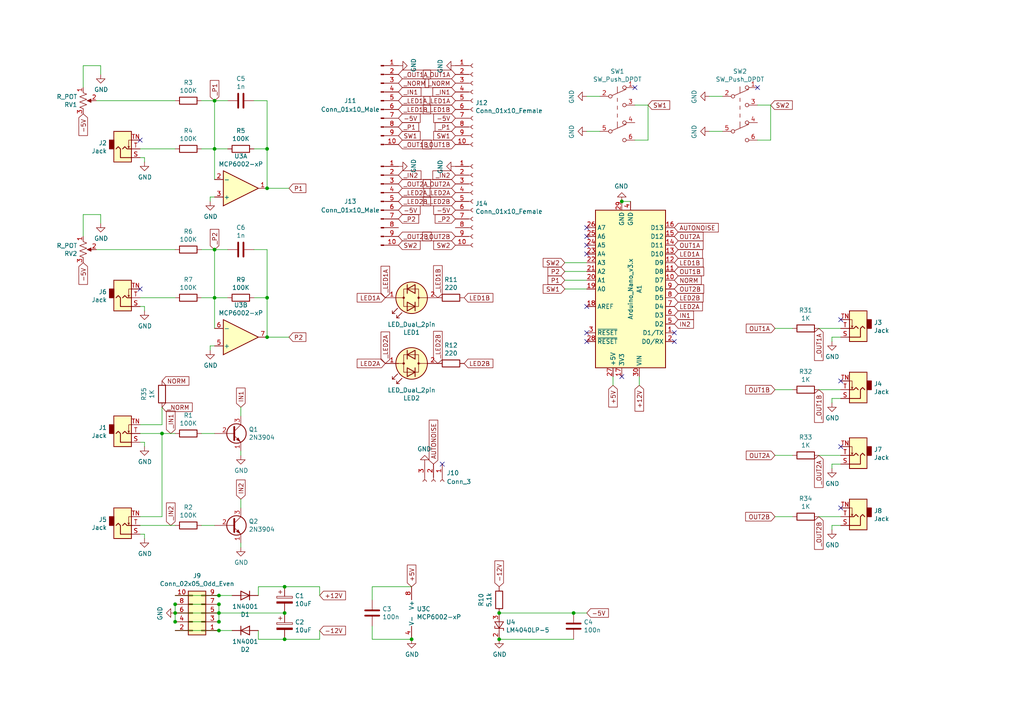
<source format=kicad_sch>
(kicad_sch (version 20211123) (generator eeschema)
  (paper "A4")
  (lib_symbols
    (symbol "Amplifier_Operational:MCP6002-xP" (pin_names (offset 0.127))
      (property "Reference" "U" (at 0 5.08 0))
      (property "Value" "MCP6002-xP" (at 0 -5.08 0))
      (symbol "MCP6002-xP_1_1"
        (pin output line (at 7.62 0 180) (length 2.54) (name "~") (number "1"))
        (pin input line (at -7.62 -2.54 0) (length 2.54) (name "-") (number "2"))
        (pin input line (at -7.62 2.54 0) (length 2.54) (name "+") (number "3"))
      )
      (symbol "MCP6002-xP_2_1"
        (pin input line (at -7.62 2.54 0) (length 2.54) (name "+") (number "5"))
        (pin input line (at -7.62 -2.54 0) (length 2.54) (name "-") (number "6"))
        (pin output line (at 7.62 0 180) (length 2.54) (name "~") (number "7"))
      )
      (symbol "MCP6002-xP_3_1"
        (pin power_in line (at -2.54 -7.62 90) (length 3.81) (name "V-") (number "4"))
        (pin power_in line (at -2.54 7.62 270) (length 3.81) (name "V+") (number "8"))
      )
    )
    (symbol "Connector:AudioJack2_SwitchT"
      (property "Reference" "J" (at 0 8.89 0))
      (property "Value" "AudioJack2_SwitchT" (at 0 6.35 0))
      (symbol "AudioJack2_SwitchT_1_1"
        (pin passive line (at 5.08 2.54 180) (length 2.54) (name "~") (number "S"))
        (pin passive line (at 5.08 0 180) (length 2.54) (name "~") (number "T"))
        (pin passive line (at 5.08 -2.54 180) (length 2.54) (name "~") (number "TN"))
      )
    )
    (symbol "Connector:Conn_01x03_Female" (pin_names (offset 1.016) hide)
      (property "Reference" "J" (at 0 5.08 0))
      (property "Value" "Conn_01x03_Female" (at 0 -5.08 0))
      (symbol "Conn_01x03_Female_1_1"
        (pin passive line (at -5.08 2.54 0) (length 3.81) (name "Pin_1") (number "1"))
        (pin passive line (at -5.08 0 0) (length 3.81) (name "Pin_2") (number "2"))
        (pin passive line (at -5.08 -2.54 0) (length 3.81) (name "Pin_3") (number "3"))
      )
    )
    (symbol "Connector:Conn_01x10_Female" (pin_names (offset 1.016) hide)
      (property "Reference" "J" (at 0 12.7 0))
      (property "Value" "Conn_01x10_Female" (at 0 -15.24 0))
      (symbol "Conn_01x10_Female_1_1"
        (pin passive line (at -5.08 10.16 0) (length 3.81) (name "Pin_1") (number "1"))
        (pin passive line (at -5.08 -12.7 0) (length 3.81) (name "Pin_10") (number "10"))
        (pin passive line (at -5.08 7.62 0) (length 3.81) (name "Pin_2") (number "2"))
        (pin passive line (at -5.08 5.08 0) (length 3.81) (name "Pin_3") (number "3"))
        (pin passive line (at -5.08 2.54 0) (length 3.81) (name "Pin_4") (number "4"))
        (pin passive line (at -5.08 0 0) (length 3.81) (name "Pin_5") (number "5"))
        (pin passive line (at -5.08 -2.54 0) (length 3.81) (name "Pin_6") (number "6"))
        (pin passive line (at -5.08 -5.08 0) (length 3.81) (name "Pin_7") (number "7"))
        (pin passive line (at -5.08 -7.62 0) (length 3.81) (name "Pin_8") (number "8"))
        (pin passive line (at -5.08 -10.16 0) (length 3.81) (name "Pin_9") (number "9"))
      )
    )
    (symbol "Connector:Conn_01x10_Male" (pin_names (offset 1.016) hide)
      (property "Reference" "J" (at 0 12.7 0))
      (property "Value" "Conn_01x10_Male" (at 0 -15.24 0))
      (symbol "Conn_01x10_Male_1_1"
        (pin passive line (at 5.08 10.16 180) (length 3.81) (name "Pin_1") (number "1"))
        (pin passive line (at 5.08 -12.7 180) (length 3.81) (name "Pin_10") (number "10"))
        (pin passive line (at 5.08 7.62 180) (length 3.81) (name "Pin_2") (number "2"))
        (pin passive line (at 5.08 5.08 180) (length 3.81) (name "Pin_3") (number "3"))
        (pin passive line (at 5.08 2.54 180) (length 3.81) (name "Pin_4") (number "4"))
        (pin passive line (at 5.08 0 180) (length 3.81) (name "Pin_5") (number "5"))
        (pin passive line (at 5.08 -2.54 180) (length 3.81) (name "Pin_6") (number "6"))
        (pin passive line (at 5.08 -5.08 180) (length 3.81) (name "Pin_7") (number "7"))
        (pin passive line (at 5.08 -7.62 180) (length 3.81) (name "Pin_8") (number "8"))
        (pin passive line (at 5.08 -10.16 180) (length 3.81) (name "Pin_9") (number "9"))
      )
    )
    (symbol "Connector_Generic:Conn_02x05_Odd_Even" (pin_names (offset 1.016) hide)
      (property "Reference" "J" (at 1.27 7.62 0))
      (property "Value" "Conn_02x05_Odd_Even" (at 1.27 -7.62 0))
      (symbol "Conn_02x05_Odd_Even_1_1"
        (pin passive line (at -5.08 5.08 0) (length 3.81) (name "Pin_1") (number "1"))
        (pin passive line (at 7.62 -5.08 180) (length 3.81) (name "Pin_10") (number "10"))
        (pin passive line (at 7.62 5.08 180) (length 3.81) (name "Pin_2") (number "2"))
        (pin passive line (at -5.08 2.54 0) (length 3.81) (name "Pin_3") (number "3"))
        (pin passive line (at 7.62 2.54 180) (length 3.81) (name "Pin_4") (number "4"))
        (pin passive line (at -5.08 0 0) (length 3.81) (name "Pin_5") (number "5"))
        (pin passive line (at 7.62 0 180) (length 3.81) (name "Pin_6") (number "6"))
        (pin passive line (at -5.08 -2.54 0) (length 3.81) (name "Pin_7") (number "7"))
        (pin passive line (at 7.62 -2.54 180) (length 3.81) (name "Pin_8") (number "8"))
        (pin passive line (at -5.08 -5.08 0) (length 3.81) (name "Pin_9") (number "9"))
      )
    )
    (symbol "Device:C" (pin_numbers hide) (pin_names (offset 0.254))
      (property "Reference" "C" (at 0.635 2.54 0))
      (property "Value" "C" (at 0.635 -2.54 0))
      (symbol "C_1_1"
        (pin passive line (at 0 3.81 270) (length 2.794) (name "~") (number "1"))
        (pin passive line (at 0 -3.81 90) (length 2.794) (name "~") (number "2"))
      )
    )
    (symbol "Device:CP" (pin_numbers hide) (pin_names (offset 0.254))
      (property "Reference" "C" (at 0.635 2.54 0))
      (property "Value" "Device_CP" (at 0.635 -2.54 0))
      (symbol "CP_1_1"
        (pin passive line (at 0 3.81 270) (length 2.794) (name "~") (number "1"))
        (pin passive line (at 0 -3.81 90) (length 2.794) (name "~") (number "2"))
      )
    )
    (symbol "Device:D" (pin_numbers hide) (pin_names (offset 1.016) hide)
      (property "Reference" "D" (at 0 2.54 0))
      (property "Value" "D" (at 0 -2.54 0))
      (symbol "D_1_1"
        (pin passive line (at -3.81 0 0) (length 2.54) (name "K") (number "1"))
        (pin passive line (at 3.81 0 180) (length 2.54) (name "A") (number "2"))
      )
    )
    (symbol "Device:LED_Dual_2pin" (pin_names (offset 0) hide)
      (property "Reference" "D" (at 0 5.715 0))
      (property "Value" "Device_LED_Dual_2pin" (at 0 -6.35 0))
      (symbol "LED_Dual_2pin_1_1"
        (pin input line (at 7.62 0 180) (length 3.81) (name "KA") (number "1"))
        (pin input line (at -7.62 0 0) (length 3.048) (name "AK") (number "2"))
      )
    )
    (symbol "Device:R" (pin_numbers hide) (pin_names (offset 0))
      (property "Reference" "R" (at 2.032 0 90))
      (property "Value" "R" (at 0 0 90))
      (symbol "R_1_1"
        (pin passive line (at 0 3.81 270) (length 1.27) (name "~") (number "1"))
        (pin passive line (at 0 -3.81 90) (length 1.27) (name "~") (number "2"))
      )
    )
    (symbol "Device:R_POT_US" (pin_names (offset 1.016) hide)
      (property "Reference" "RV" (at -4.445 0 90))
      (property "Value" "Device_R_POT_US" (at -2.54 0 90))
      (symbol "R_POT_US_1_1"
        (pin passive line (at 0 3.81 270) (length 1.27) (name "1") (number "1"))
        (pin passive line (at 3.81 0 180) (length 1.27) (name "2") (number "2"))
        (pin passive line (at 0 -3.81 90) (length 1.27) (name "3") (number "3"))
      )
    )
    (symbol "MCU_Module:Arduino_Nano_v3.x"
      (property "Reference" "A" (at -10.16 23.495 0))
      (property "Value" "Arduino_Nano_v3.x" (at 5.08 -24.13 0))
      (symbol "Arduino_Nano_v3.x_1_1"
        (pin bidirectional line (at -12.7 12.7 0) (length 2.54) (name "D1/TX") (number "1"))
        (pin bidirectional line (at -12.7 -2.54 0) (length 2.54) (name "D7") (number "10"))
        (pin bidirectional line (at -12.7 -5.08 0) (length 2.54) (name "D8") (number "11"))
        (pin bidirectional line (at -12.7 -7.62 0) (length 2.54) (name "D9") (number "12"))
        (pin bidirectional line (at -12.7 -10.16 0) (length 2.54) (name "D10") (number "13"))
        (pin bidirectional line (at -12.7 -12.7 0) (length 2.54) (name "D11") (number "14"))
        (pin bidirectional line (at -12.7 -15.24 0) (length 2.54) (name "D12") (number "15"))
        (pin bidirectional line (at -12.7 -17.78 0) (length 2.54) (name "D13") (number "16"))
        (pin power_out line (at 2.54 25.4 270) (length 2.54) (name "3V3") (number "17"))
        (pin input line (at 12.7 5.08 180) (length 2.54) (name "AREF") (number "18"))
        (pin bidirectional line (at 12.7 0 180) (length 2.54) (name "A0") (number "19"))
        (pin bidirectional line (at -12.7 15.24 0) (length 2.54) (name "D0/RX") (number "2"))
        (pin bidirectional line (at 12.7 -2.54 180) (length 2.54) (name "A1") (number "20"))
        (pin bidirectional line (at 12.7 -5.08 180) (length 2.54) (name "A2") (number "21"))
        (pin bidirectional line (at 12.7 -7.62 180) (length 2.54) (name "A3") (number "22"))
        (pin bidirectional line (at 12.7 -10.16 180) (length 2.54) (name "A4") (number "23"))
        (pin bidirectional line (at 12.7 -12.7 180) (length 2.54) (name "A5") (number "24"))
        (pin bidirectional line (at 12.7 -15.24 180) (length 2.54) (name "A6") (number "25"))
        (pin bidirectional line (at 12.7 -17.78 180) (length 2.54) (name "A7") (number "26"))
        (pin power_out line (at 5.08 25.4 270) (length 2.54) (name "+5V") (number "27"))
        (pin input line (at 12.7 15.24 180) (length 2.54) (name "~{RESET}") (number "28"))
        (pin power_in line (at 2.54 -25.4 90) (length 2.54) (name "GND") (number "29"))
        (pin input line (at 12.7 12.7 180) (length 2.54) (name "~{RESET}") (number "3"))
        (pin power_in line (at -2.54 25.4 270) (length 2.54) (name "VIN") (number "30"))
        (pin power_in line (at 0 -25.4 90) (length 2.54) (name "GND") (number "4"))
        (pin bidirectional line (at -12.7 10.16 0) (length 2.54) (name "D2") (number "5"))
        (pin bidirectional line (at -12.7 7.62 0) (length 2.54) (name "D3") (number "6"))
        (pin bidirectional line (at -12.7 5.08 0) (length 2.54) (name "D4") (number "7"))
        (pin bidirectional line (at -12.7 2.54 0) (length 2.54) (name "D5") (number "8"))
        (pin bidirectional line (at -12.7 0 0) (length 2.54) (name "D6") (number "9"))
      )
    )
    (symbol "Reference_Voltage:LM4040LP-5" (pin_names (offset 0.0254) hide)
      (property "Reference" "U" (at 0 2.54 0))
      (property "Value" "LM4040LP-5" (at 0 -3.175 0))
      (symbol "LM4040LP-5_1_1"
        (pin passive line (at 3.81 0 180) (length 2.54) (name "K") (number "2"))
        (pin passive line (at -3.81 0 0) (length 2.54) (name "A") (number "3"))
      )
    )
    (symbol "Switch:SW_Push_DPDT" (pin_names (offset 0) hide)
      (property "Reference" "SW" (at 0 8.89 0))
      (property "Value" "SW_Push_DPDT" (at 0 -10.16 0))
      (symbol "SW_Push_DPDT_1_1"
        (pin passive line (at 5.08 7.62 180) (length 2.54) (name "A") (number "1"))
        (pin passive line (at -5.08 5.08 0) (length 2.54) (name "B") (number "2"))
        (pin passive line (at 5.08 2.54 180) (length 2.54) (name "C") (number "3"))
        (pin passive line (at 5.08 -2.54 180) (length 2.54) (name "A") (number "4"))
        (pin passive line (at -5.08 -5.08 0) (length 2.54) (name "B") (number "5"))
        (pin passive line (at 5.08 -7.62 180) (length 2.54) (name "C") (number "6"))
      )
    )
    (symbol "Transistor_BJT:2N3904" (pin_names (offset 0) hide)
      (property "Reference" "Q" (at 5.08 1.905 0))
      (property "Value" "2N3904" (at 5.08 0 0))
      (symbol "2N3904_1_1"
        (pin passive line (at 2.54 -5.08 90) (length 2.54) (name "E") (number "1"))
        (pin passive line (at -5.08 0 0) (length 5.715) (name "B") (number "2"))
        (pin passive line (at 2.54 5.08 270) (length 2.54) (name "C") (number "3"))
      )
    )
    (symbol "power:GND" (power) (pin_names (offset 0))
      (property "Value" "GND" (at 0 -3.81 0))
      (symbol "GND_1_1"
        (pin power_in line (at 0 0 270) (length 0) hide (name "GND") (number "1"))
      )
    )
  )
  (junction (at 63.5 175.26))
  (junction (at 82.55 170.18))
  (junction (at 77.47 43.18))
  (junction (at 166.37 177.8))
  (junction (at 62.23 72.39))
  (junction (at 82.55 185.42))
  (junction (at 62.23 86.36))
  (junction (at 63.5 172.72))
  (junction (at 77.47 54.61))
  (junction (at 50.8 180.34))
  (junction (at 180.34 58.42))
  (junction (at 63.5 177.8))
  (junction (at 50.8 175.26))
  (junction (at 62.23 43.18))
  (junction (at 50.8 177.8))
  (junction (at 119.38 185.42))
  (junction (at 144.78 177.8))
  (junction (at 77.47 97.79))
  (junction (at 62.23 29.21))
  (junction (at 46.99 125.73))
  (junction (at 144.78 185.42))
  (junction (at 82.55 177.8))
  (junction (at 77.47 86.36))
  (junction (at 63.5 180.34))
  (junction (at 63.5 182.88))
  (no_connect (at 170.18 66.04))
  (no_connect (at 243.84 147.32))
  (no_connect (at 40.64 83.82))
  (no_connect (at 170.18 99.06))
  (no_connect (at 219.71 25.4))
  (no_connect (at 243.84 129.54))
  (no_connect (at 170.18 96.52))
  (no_connect (at 170.18 71.12))
  (no_connect (at 243.84 92.71))
  (no_connect (at 170.18 73.66))
  (no_connect (at 170.18 88.9))
  (no_connect (at 40.64 40.64))
  (no_connect (at 243.84 110.49))
  (no_connect (at 170.18 68.58))
  (no_connect (at 195.58 99.06))
  (no_connect (at 128.27 134.62))
  (no_connect (at 184.15 25.4))
  (no_connect (at 180.34 109.22))
  (no_connect (at 195.58 96.52))
  (wire (pts (xy 46.99 125.73) (xy 50.8 125.73)))
  (wire (pts (xy 50.8 177.8) (xy 50.8 180.34)))
  (wire (pts (xy 62.23 86.36) (xy 66.04 86.36)))
  (wire (pts (xy 107.95 181.61) (xy 107.95 185.42)))
  (wire (pts (xy 63.5 172.72) (xy 67.31 172.72)))
  (wire (pts (xy 60.96 100.33) (xy 62.23 100.33)))
  (wire (pts (xy 74.93 185.42) (xy 82.55 185.42)))
  (wire (pts (xy 77.47 86.36) (xy 77.47 72.39)))
  (wire (pts (xy 184.15 40.64) (xy 187.96 40.64)))
  (wire (pts (xy 237.49 149.86) (xy 243.84 149.86)))
  (wire (pts (xy 46.99 149.86) (xy 46.99 125.73)))
  (wire (pts (xy 92.71 185.42) (xy 92.71 182.88)))
  (wire (pts (xy 209.55 38.1) (xy 205.74 38.1)))
  (wire (pts (xy 73.66 86.36) (xy 77.47 86.36)))
  (wire (pts (xy 69.85 144.78) (xy 69.85 147.32)))
  (wire (pts (xy 41.91 45.72) (xy 41.91 46.99)))
  (wire (pts (xy 170.18 76.2) (xy 163.83 76.2)))
  (wire (pts (xy 69.85 118.11) (xy 69.85 120.65)))
  (wire (pts (xy 224.79 113.03) (xy 229.87 113.03)))
  (wire (pts (xy 182.88 58.42) (xy 180.34 58.42)))
  (wire (pts (xy 107.95 173.99) (xy 107.95 170.18)))
  (wire (pts (xy 82.55 170.18) (xy 92.71 170.18)))
  (wire (pts (xy 241.3 152.4) (xy 241.3 153.67)))
  (wire (pts (xy 24.13 62.23) (xy 29.21 62.23)))
  (wire (pts (xy 74.93 182.88) (xy 74.93 185.42)))
  (wire (pts (xy 41.91 128.27) (xy 41.91 129.54)))
  (wire (pts (xy 166.37 177.8) (xy 170.18 177.8)))
  (wire (pts (xy 237.49 95.25) (xy 243.84 95.25)))
  (wire (pts (xy 58.42 43.18) (xy 62.23 43.18)))
  (wire (pts (xy 40.64 86.36) (xy 50.8 86.36)))
  (wire (pts (xy 187.96 40.64) (xy 187.96 30.48)))
  (wire (pts (xy 170.18 83.82) (xy 163.83 83.82)))
  (wire (pts (xy 77.47 29.21) (xy 73.66 29.21)))
  (wire (pts (xy 166.37 177.8) (xy 144.78 177.8)))
  (wire (pts (xy 73.66 43.18) (xy 77.47 43.18)))
  (wire (pts (xy 170.18 78.74) (xy 163.83 78.74)))
  (wire (pts (xy 50.8 177.8) (xy 63.5 177.8)))
  (wire (pts (xy 46.99 123.19) (xy 46.99 118.11)))
  (wire (pts (xy 77.47 54.61) (xy 83.82 54.61)))
  (wire (pts (xy 62.23 52.07) (xy 62.23 43.18)))
  (wire (pts (xy 41.91 88.9) (xy 41.91 90.17)))
  (wire (pts (xy 62.23 29.21) (xy 62.23 43.18)))
  (wire (pts (xy 69.85 130.81) (xy 69.85 132.08)))
  (wire (pts (xy 144.78 185.42) (xy 166.37 185.42)))
  (wire (pts (xy 62.23 95.25) (xy 62.23 86.36)))
  (wire (pts (xy 60.96 58.42) (xy 60.96 57.15)))
  (wire (pts (xy 27.94 29.21) (xy 50.8 29.21)))
  (wire (pts (xy 224.79 95.25) (xy 229.87 95.25)))
  (wire (pts (xy 224.79 149.86) (xy 229.87 149.86)))
  (wire (pts (xy 241.3 97.79) (xy 241.3 99.06)))
  (wire (pts (xy 77.47 97.79) (xy 83.82 97.79)))
  (wire (pts (xy 41.91 154.94) (xy 41.91 156.21)))
  (wire (pts (xy 63.5 182.88) (xy 67.31 182.88)))
  (wire (pts (xy 77.47 72.39) (xy 73.66 72.39)))
  (wire (pts (xy 62.23 72.39) (xy 62.23 86.36)))
  (wire (pts (xy 74.93 172.72) (xy 74.93 170.18)))
  (wire (pts (xy 243.84 115.57) (xy 241.3 115.57)))
  (wire (pts (xy 237.49 132.08) (xy 243.84 132.08)))
  (wire (pts (xy 170.18 81.28) (xy 163.83 81.28)))
  (wire (pts (xy 50.8 172.72) (xy 63.5 172.72)))
  (wire (pts (xy 243.84 152.4) (xy 241.3 152.4)))
  (wire (pts (xy 209.55 27.94) (xy 205.74 27.94)))
  (wire (pts (xy 82.55 185.42) (xy 92.71 185.42)))
  (wire (pts (xy 40.64 88.9) (xy 41.91 88.9)))
  (wire (pts (xy 40.64 149.86) (xy 46.99 149.86)))
  (wire (pts (xy 58.42 29.21) (xy 62.23 29.21)))
  (wire (pts (xy 58.42 72.39) (xy 62.23 72.39)))
  (wire (pts (xy 24.13 68.58) (xy 24.13 62.23)))
  (wire (pts (xy 237.49 113.03) (xy 243.84 113.03)))
  (wire (pts (xy 40.64 45.72) (xy 41.91 45.72)))
  (wire (pts (xy 60.96 57.15) (xy 62.23 57.15)))
  (wire (pts (xy 58.42 86.36) (xy 62.23 86.36)))
  (wire (pts (xy 50.8 175.26) (xy 63.5 175.26)))
  (wire (pts (xy 40.64 154.94) (xy 41.91 154.94)))
  (wire (pts (xy 82.55 177.8) (xy 63.5 177.8)))
  (wire (pts (xy 92.71 170.18) (xy 92.71 172.72)))
  (wire (pts (xy 60.96 101.6) (xy 60.96 100.33)))
  (wire (pts (xy 77.47 43.18) (xy 77.47 54.61)))
  (wire (pts (xy 107.95 185.42) (xy 119.38 185.42)))
  (wire (pts (xy 29.21 19.05) (xy 29.21 21.59)))
  (wire (pts (xy 77.47 86.36) (xy 77.47 97.79)))
  (wire (pts (xy 50.8 182.88) (xy 63.5 182.88)))
  (wire (pts (xy 219.71 40.64) (xy 223.52 40.64)))
  (wire (pts (xy 173.99 38.1) (xy 170.18 38.1)))
  (wire (pts (xy 24.13 19.05) (xy 29.21 19.05)))
  (wire (pts (xy 40.64 125.73) (xy 46.99 125.73)))
  (wire (pts (xy 241.3 134.62) (xy 241.3 135.89)))
  (wire (pts (xy 58.42 152.4) (xy 62.23 152.4)))
  (wire (pts (xy 40.64 43.18) (xy 50.8 43.18)))
  (wire (pts (xy 40.64 128.27) (xy 41.91 128.27)))
  (wire (pts (xy 62.23 43.18) (xy 66.04 43.18)))
  (wire (pts (xy 50.8 175.26) (xy 50.8 177.8)))
  (wire (pts (xy 27.94 72.39) (xy 50.8 72.39)))
  (wire (pts (xy 243.84 134.62) (xy 241.3 134.62)))
  (wire (pts (xy 66.04 72.39) (xy 62.23 72.39)))
  (wire (pts (xy 40.64 152.4) (xy 50.8 152.4)))
  (wire (pts (xy 187.96 30.48) (xy 184.15 30.48)))
  (wire (pts (xy 173.99 27.94) (xy 170.18 27.94)))
  (wire (pts (xy 185.42 109.22) (xy 185.42 111.76)))
  (wire (pts (xy 69.85 157.48) (xy 69.85 158.75)))
  (wire (pts (xy 40.64 123.19) (xy 46.99 123.19)))
  (wire (pts (xy 241.3 115.57) (xy 241.3 116.84)))
  (wire (pts (xy 63.5 175.26) (xy 63.5 177.8)))
  (wire (pts (xy 177.8 109.22) (xy 177.8 111.76)))
  (wire (pts (xy 223.52 30.48) (xy 219.71 30.48)))
  (wire (pts (xy 77.47 43.18) (xy 77.47 29.21)))
  (wire (pts (xy 50.8 180.34) (xy 63.5 180.34)))
  (wire (pts (xy 107.95 170.18) (xy 119.38 170.18)))
  (wire (pts (xy 63.5 177.8) (xy 63.5 180.34)))
  (wire (pts (xy 224.79 132.08) (xy 229.87 132.08)))
  (wire (pts (xy 223.52 40.64) (xy 223.52 30.48)))
  (wire (pts (xy 58.42 125.73) (xy 62.23 125.73)))
  (wire (pts (xy 29.21 62.23) (xy 29.21 64.77)))
  (wire (pts (xy 66.04 29.21) (xy 62.23 29.21)))
  (wire (pts (xy 243.84 97.79) (xy 241.3 97.79)))
  (wire (pts (xy 74.93 170.18) (xy 82.55 170.18)))
  (wire (pts (xy 24.13 25.4) (xy 24.13 19.05)))
  (global_label "_OUT2A" (shape input) (at 237.49 132.08 270) (property "Intersheet References" "${INTERSHEET_REFS}" (effects hide)))
  (global_label "_P1" (shape input) (at 62.23 29.21 90) (property "Intersheet References" "${INTERSHEET_REFS}" (effects hide)))
  (global_label "_IN2" (shape input) (at 132.08 50.8 180) (property "Intersheet References" "${INTERSHEET_REFS}" (effects hide)))
  (global_label "+12V" (shape input) (at 185.42 111.76 270) (property "Intersheet References" "${INTERSHEET_REFS}" (effects hide)))
  (global_label "P2" (shape input) (at 83.82 97.79 0) (property "Intersheet References" "${INTERSHEET_REFS}" (effects hide)))
  (global_label "-5V" (shape input) (at 170.18 177.8 0) (property "Intersheet References" "${INTERSHEET_REFS}" (effects hide)))
  (global_label "_LED2A" (shape input) (at 132.08 55.88 180) (property "Intersheet References" "${INTERSHEET_REFS}" (effects hide)))
  (global_label "_OUT2B" (shape input) (at 237.49 149.86 270) (property "Intersheet References" "${INTERSHEET_REFS}" (effects hide)))
  (global_label "_P2" (shape input) (at 132.08 63.5 180) (property "Intersheet References" "${INTERSHEET_REFS}" (effects hide)))
  (global_label "LED2B" (shape input) (at 134.62 105.41 0) (property "Intersheet References" "${INTERSHEET_REFS}" (effects hide)))
  (global_label "-5V" (shape input) (at 24.13 76.2 270) (property "Intersheet References" "${INTERSHEET_REFS}" (effects hide)))
  (global_label "-5V" (shape input) (at 24.13 33.02 270) (property "Intersheet References" "${INTERSHEET_REFS}" (effects hide)))
  (global_label "_LED1A" (shape input) (at 132.08 29.21 180) (property "Intersheet References" "${INTERSHEET_REFS}" (effects hide)))
  (global_label "_OUT2A" (shape input) (at 132.08 53.34 180) (property "Intersheet References" "${INTERSHEET_REFS}" (effects hide)))
  (global_label "_LED1B" (shape input) (at 115.57 31.75 0) (property "Intersheet References" "${INTERSHEET_REFS}" (effects hide)))
  (global_label "_IN1" (shape input) (at 132.08 26.67 180) (property "Intersheet References" "${INTERSHEET_REFS}" (effects hide)))
  (global_label "_OUT1B" (shape input) (at 237.49 113.03 270) (property "Intersheet References" "${INTERSHEET_REFS}" (effects hide)))
  (global_label "OUT2B" (shape input) (at 224.79 149.86 180) (property "Intersheet References" "${INTERSHEET_REFS}" (effects hide)))
  (global_label "_OUT1A" (shape input) (at 237.49 95.25 270) (property "Intersheet References" "${INTERSHEET_REFS}" (effects hide)))
  (global_label "OUT1B" (shape input) (at 224.79 113.03 180) (property "Intersheet References" "${INTERSHEET_REFS}" (effects hide)))
  (global_label "SW2" (shape input) (at 223.52 30.48 0) (property "Intersheet References" "${INTERSHEET_REFS}" (effects hide)))
  (global_label "_LED2A" (shape input) (at 115.57 55.88 0) (property "Intersheet References" "${INTERSHEET_REFS}" (effects hide)))
  (global_label "_OUT1A" (shape input) (at 115.57 21.59 0) (property "Intersheet References" "${INTERSHEET_REFS}" (effects hide)))
  (global_label "-12V" (shape input) (at 144.78 170.18 90) (property "Intersheet References" "${INTERSHEET_REFS}" (effects hide)))
  (global_label "LED2B" (shape input) (at 195.58 86.36 0) (property "Intersheet References" "${INTERSHEET_REFS}" (effects hide)))
  (global_label "SW2" (shape input) (at 115.57 71.12 0) (property "Intersheet References" "${INTERSHEET_REFS}" (effects hide)))
  (global_label "IN1" (shape input) (at 195.58 91.44 0) (property "Intersheet References" "${INTERSHEET_REFS}" (effects hide)))
  (global_label "_NORM" (shape input) (at 132.08 24.13 180) (property "Intersheet References" "${INTERSHEET_REFS}" (effects hide)))
  (global_label "_P1" (shape input) (at 132.08 36.83 180) (property "Intersheet References" "${INTERSHEET_REFS}" (effects hide)))
  (global_label "_IN1" (shape input) (at 49.53 125.73 90) (property "Intersheet References" "${INTERSHEET_REFS}" (effects hide)))
  (global_label "_LED2B" (shape input) (at 127 105.41 90) (property "Intersheet References" "${INTERSHEET_REFS}" (effects hide)))
  (global_label "-5V" (shape input) (at 132.08 60.96 180) (property "Intersheet References" "${INTERSHEET_REFS}" (effects hide)))
  (global_label "_LED1B" (shape input) (at 132.08 31.75 180) (property "Intersheet References" "${INTERSHEET_REFS}" (effects hide)))
  (global_label "LED2A" (shape input) (at 111.76 105.41 180) (property "Intersheet References" "${INTERSHEET_REFS}" (effects hide)))
  (global_label "_P2" (shape input) (at 115.57 63.5 0) (property "Intersheet References" "${INTERSHEET_REFS}" (effects hide)))
  (global_label "P2" (shape input) (at 163.83 78.74 180) (property "Intersheet References" "${INTERSHEET_REFS}" (effects hide)))
  (global_label "+12V" (shape input) (at 92.71 172.72 0) (property "Intersheet References" "${INTERSHEET_REFS}" (effects hide)))
  (global_label "_LED2A" (shape input) (at 111.76 105.41 90) (property "Intersheet References" "${INTERSHEET_REFS}" (effects hide)))
  (global_label "_LED2B" (shape input) (at 115.57 58.42 0) (property "Intersheet References" "${INTERSHEET_REFS}" (effects hide)))
  (global_label "_LED1A" (shape input) (at 115.57 29.21 0) (property "Intersheet References" "${INTERSHEET_REFS}" (effects hide)))
  (global_label "+5V" (shape input) (at 119.38 170.18 90) (property "Intersheet References" "${INTERSHEET_REFS}" (effects hide)))
  (global_label "_IN2" (shape input) (at 49.53 152.4 90) (property "Intersheet References" "${INTERSHEET_REFS}" (effects hide)))
  (global_label "SW1" (shape input) (at 132.08 39.37 180) (property "Intersheet References" "${INTERSHEET_REFS}" (effects hide)))
  (global_label "-5V" (shape input) (at 115.57 60.96 0) (property "Intersheet References" "${INTERSHEET_REFS}" (effects hide)))
  (global_label "_OUT2B" (shape input) (at 132.08 68.58 180) (property "Intersheet References" "${INTERSHEET_REFS}" (effects hide)))
  (global_label "SW2" (shape input) (at 132.08 71.12 180) (property "Intersheet References" "${INTERSHEET_REFS}" (effects hide)))
  (global_label "_IN2" (shape input) (at 115.57 50.8 0) (property "Intersheet References" "${INTERSHEET_REFS}" (effects hide)))
  (global_label "NORM" (shape input) (at 46.99 110.49 0) (property "Intersheet References" "${INTERSHEET_REFS}" (effects hide)))
  (global_label "_OUT2B" (shape input) (at 115.57 68.58 0) (property "Intersheet References" "${INTERSHEET_REFS}" (effects hide)))
  (global_label "+5V" (shape input) (at 177.8 111.76 270) (property "Intersheet References" "${INTERSHEET_REFS}" (effects hide)))
  (global_label "OUT1A" (shape input) (at 195.58 71.12 0) (property "Intersheet References" "${INTERSHEET_REFS}" (effects hide)))
  (global_label "IN1" (shape input) (at 69.85 118.11 90) (property "Intersheet References" "${INTERSHEET_REFS}" (effects hide)))
  (global_label "LED1A" (shape input) (at 195.58 73.66 0) (property "Intersheet References" "${INTERSHEET_REFS}" (effects hide)))
  (global_label "-5V" (shape input) (at 115.57 34.29 0) (property "Intersheet References" "${INTERSHEET_REFS}" (effects hide)))
  (global_label "_NORM" (shape input) (at 115.57 24.13 0) (property "Intersheet References" "${INTERSHEET_REFS}" (effects hide)))
  (global_label "OUT1A" (shape input) (at 224.79 95.25 180) (property "Intersheet References" "${INTERSHEET_REFS}" (effects hide)))
  (global_label "_OUT2A" (shape input) (at 115.57 53.34 0) (property "Intersheet References" "${INTERSHEET_REFS}" (effects hide)))
  (global_label "-5V" (shape input) (at 132.08 34.29 180) (property "Intersheet References" "${INTERSHEET_REFS}" (effects hide)))
  (global_label "IN2" (shape input) (at 69.85 144.78 90) (property "Intersheet References" "${INTERSHEET_REFS}" (effects hide)))
  (global_label "P1" (shape input) (at 83.82 54.61 0) (property "Intersheet References" "${INTERSHEET_REFS}" (effects hide)))
  (global_label "LED1A" (shape input) (at 111.76 86.36 180) (property "Intersheet References" "${INTERSHEET_REFS}" (effects hide)))
  (global_label "OUT2A" (shape input) (at 224.79 132.08 180) (property "Intersheet References" "${INTERSHEET_REFS}" (effects hide)))
  (global_label "AUTONOISE" (shape input) (at 125.73 134.62 90) (property "Intersheet References" "${INTERSHEET_REFS}" (effects hide)))
  (global_label "SW1" (shape input) (at 163.83 83.82 180) (property "Intersheet References" "${INTERSHEET_REFS}" (effects hide)))
  (global_label "_OUT1B" (shape input) (at 115.57 41.91 0) (property "Intersheet References" "${INTERSHEET_REFS}" (effects hide)))
  (global_label "SW1" (shape input) (at 115.57 39.37 0) (property "Intersheet References" "${INTERSHEET_REFS}" (effects hide)))
  (global_label "_LED1A" (shape input) (at 111.76 86.36 90) (property "Intersheet References" "${INTERSHEET_REFS}" (effects hide)))
  (global_label "IN2" (shape input) (at 195.58 93.98 0) (property "Intersheet References" "${INTERSHEET_REFS}" (effects hide)))
  (global_label "_P2" (shape input) (at 62.23 72.39 90) (property "Intersheet References" "${INTERSHEET_REFS}" (effects hide)))
  (global_label "_OUT1A" (shape input) (at 132.08 21.59 180) (property "Intersheet References" "${INTERSHEET_REFS}" (effects hide)))
  (global_label "NORM" (shape input) (at 195.58 81.28 0) (property "Intersheet References" "${INTERSHEET_REFS}" (effects hide)))
  (global_label "_NORM" (shape input) (at 46.99 118.11 0) (property "Intersheet References" "${INTERSHEET_REFS}" (effects hide)))
  (global_label "OUT2A" (shape input) (at 195.58 68.58 0) (property "Intersheet References" "${INTERSHEET_REFS}" (effects hide)))
  (global_label "-12V" (shape input) (at 92.71 182.88 0) (property "Intersheet References" "${INTERSHEET_REFS}" (effects hide)))
  (global_label "SW1" (shape input) (at 187.96 30.48 0) (property "Intersheet References" "${INTERSHEET_REFS}" (effects hide)))
  (global_label "OUT1B" (shape input) (at 195.58 78.74 0) (property "Intersheet References" "${INTERSHEET_REFS}" (effects hide)))
  (global_label "LED2A" (shape input) (at 195.58 88.9 0) (property "Intersheet References" "${INTERSHEET_REFS}" (effects hide)))
  (global_label "_IN1" (shape input) (at 115.57 26.67 0) (property "Intersheet References" "${INTERSHEET_REFS}" (effects hide)))
  (global_label "SW2" (shape input) (at 163.83 76.2 180) (property "Intersheet References" "${INTERSHEET_REFS}" (effects hide)))
  (global_label "_P1" (shape input) (at 115.57 36.83 0) (property "Intersheet References" "${INTERSHEET_REFS}" (effects hide)))
  (global_label "OUT2B" (shape input) (at 195.58 83.82 0) (property "Intersheet References" "${INTERSHEET_REFS}" (effects hide)))
  (global_label "AUTONOISE" (shape input) (at 195.58 66.04 0) (property "Intersheet References" "${INTERSHEET_REFS}" (effects hide)))
  (global_label "LED1B" (shape input) (at 195.58 76.2 0) (property "Intersheet References" "${INTERSHEET_REFS}" (effects hide)))
  (global_label "_LED2B" (shape input) (at 132.08 58.42 180) (property "Intersheet References" "${INTERSHEET_REFS}" (effects hide)))
  (global_label "P1" (shape input) (at 163.83 81.28 180) (property "Intersheet References" "${INTERSHEET_REFS}" (effects hide)))
  (global_label "_LED1B" (shape input) (at 127 86.36 90) (property "Intersheet References" "${INTERSHEET_REFS}" (effects hide)))
  (global_label "LED1B" (shape input) (at 134.62 86.36 0) (property "Intersheet References" "${INTERSHEET_REFS}" (effects hide)))
  (global_label "_OUT1B" (shape input) (at 132.08 41.91 180) (property "Intersheet References" "${INTERSHEET_REFS}" (effects hide)))
  (symbol (lib_id "MCU_Module:Arduino_Nano_v3.x") (at 182.88 83.82 180) (unit 1)
    (property "Reference" "A1" (at 185.42 83.82 90))
    (property "Value" "Arduino_Nano_v3.x" (at 182.88 83.82 90))
    (property "Footprint" "Module:Arduino_Nano" (effects hide))
    (property "Datasheet" "http://www.mouser.com/pdfdocs/Gravitech_Arduino_Nano3_0.pdf" (effects hide))
  )
  (symbol (lib_id "Amplifier_Operational:MCP6002-xP") (at 69.85 54.61 0) (mirror x) (unit 1)
    (property "Reference" "U3" (at 69.85 45.2882 0))
    (property "Value" "MCP6002-xP" (at 69.85 47.5996 0))
    (property "Footprint" "Package_DIP:DIP-8_W7.62mm_LongPads" (effects hide))
    (property "Datasheet" "http://ww1.microchip.com/downloads/en/DeviceDoc/21733j.pdf" (effects hide))
  )
  (symbol (lib_id "Amplifier_Operational:MCP6002-xP") (at 121.92 177.8 0) (unit 3)
    (property "Reference" "U3" (at 120.8532 176.6316 0) (effects (justify left)))
    (property "Value" "MCP6002-xP" (at 120.8532 178.943 0) (effects (justify left)))
    (property "Footprint" "Package_DIP:DIP-8_W7.62mm_LongPads" (effects hide))
    (property "Datasheet" "http://ww1.microchip.com/downloads/en/DeviceDoc/21733j.pdf" (effects hide))
  )
  (symbol (lib_id "Device:R_POT_US") (at 24.13 29.21 0) (unit 1)
    (property "Reference" "RV1" (at 22.4282 30.3784 0) (effects (justify right)))
    (property "Value" "R_POT" (at 22.4282 28.067 0) (effects (justify right)))
    (property "Footprint" "PJ302M:ModdedPotentiometer" (effects hide))
  )
  (symbol (lib_id "power:GND") (at 29.21 21.59 0) (unit 1)
    (property "Reference" "#PWR0101" (effects hide))
    (property "Value" "GND" (at 29.337 25.9842 0))
  )
  (symbol (lib_id "Connector:AudioJack2_SwitchT") (at 35.56 43.18 0) (mirror x) (unit 1)
    (property "Reference" "J2" (at 31.0134 41.4782 0) (effects (justify right)))
    (property "Value" "Jack" (at 31.0134 43.7896 0) (effects (justify right)))
    (property "Footprint" "PJ302M:ModdedThonkiconn" (effects hide))
  )
  (symbol (lib_id "power:GND") (at 41.91 46.99 0) (unit 1)
    (property "Reference" "#PWR0102" (effects hide))
    (property "Value" "GND" (at 42.037 51.3842 0))
  )
  (symbol (lib_id "Device:R") (at 54.61 43.18 270) (unit 1)
    (property "Reference" "R4" (at 54.61 37.9222 90))
    (property "Value" "100K" (at 54.61 40.2336 90))
    (property "Footprint" "Resistor_THT:R_Axial_DIN0207_L6.3mm_D2.5mm_P7.62mm_Horizontal" (effects hide))
  )
  (symbol (lib_id "Device:R") (at 54.61 29.21 270) (unit 1)
    (property "Reference" "R3" (at 54.61 23.9522 90))
    (property "Value" "100K" (at 54.61 26.2636 90))
    (property "Footprint" "Resistor_THT:R_Axial_DIN0207_L6.3mm_D2.5mm_P7.62mm_Horizontal" (effects hide))
  )
  (symbol (lib_id "Device:R") (at 69.85 43.18 270) (unit 1)
    (property "Reference" "R5" (at 69.85 37.9222 90))
    (property "Value" "100K" (at 69.85 40.2336 90))
    (property "Footprint" "Resistor_THT:R_Axial_DIN0207_L6.3mm_D2.5mm_P7.62mm_Horizontal" (effects hide))
  )
  (symbol (lib_id "Device:C") (at 69.85 29.21 270) (unit 1)
    (property "Reference" "C5" (at 69.85 22.8092 90))
    (property "Value" "1n" (at 69.85 25.1206 90))
    (property "Footprint" "Capacitor_THT:C_Disc_D5.0mm_W2.5mm_P2.50mm" (effects hide))
  )
  (symbol (lib_id "power:GND") (at 60.96 58.42 0) (unit 1)
    (property "Reference" "#PWR0103" (effects hide))
    (property "Value" "GND" (at 61.087 62.8142 0))
  )
  (symbol (lib_id "Amplifier_Operational:MCP6002-xP") (at 69.85 97.79 0) (mirror x) (unit 2)
    (property "Reference" "U3" (at 69.85 88.4682 0))
    (property "Value" "MCP6002-xP" (at 69.85 90.7796 0))
    (property "Footprint" "Package_DIP:DIP-8_W7.62mm_LongPads" (effects hide))
    (property "Datasheet" "http://ww1.microchip.com/downloads/en/DeviceDoc/21733j.pdf" (effects hide))
  )
  (symbol (lib_id "Device:R_POT_US") (at 24.13 72.39 0) (unit 1)
    (property "Reference" "RV2" (at 22.4282 73.5584 0) (effects (justify right)))
    (property "Value" "R_POT" (at 22.4282 71.247 0) (effects (justify right)))
    (property "Footprint" "PJ302M:ModdedPotentiometer" (effects hide))
  )
  (symbol (lib_id "power:GND") (at 29.21 64.77 0) (unit 1)
    (property "Reference" "#PWR0104" (effects hide))
    (property "Value" "GND" (at 29.337 69.1642 0))
  )
  (symbol (lib_id "Connector:AudioJack2_SwitchT") (at 35.56 86.36 0) (mirror x) (unit 1)
    (property "Reference" "J6" (at 31.0134 84.6582 0) (effects (justify right)))
    (property "Value" "Jack" (at 31.0134 86.9696 0) (effects (justify right)))
    (property "Footprint" "PJ302M:ModdedThonkiconn" (effects hide))
  )
  (symbol (lib_id "power:GND") (at 41.91 90.17 0) (unit 1)
    (property "Reference" "#PWR0105" (effects hide))
    (property "Value" "GND" (at 42.037 94.5642 0))
  )
  (symbol (lib_id "Device:R") (at 54.61 86.36 270) (unit 1)
    (property "Reference" "R7" (at 54.61 81.1022 90))
    (property "Value" "100K" (at 54.61 83.4136 90))
    (property "Footprint" "Resistor_THT:R_Axial_DIN0207_L6.3mm_D2.5mm_P7.62mm_Horizontal" (effects hide))
  )
  (symbol (lib_id "Device:R") (at 54.61 72.39 270) (unit 1)
    (property "Reference" "R6" (at 54.61 67.1322 90))
    (property "Value" "100K" (at 54.61 69.4436 90))
    (property "Footprint" "Resistor_THT:R_Axial_DIN0207_L6.3mm_D2.5mm_P7.62mm_Horizontal" (effects hide))
  )
  (symbol (lib_id "Device:R") (at 69.85 86.36 270) (unit 1)
    (property "Reference" "R9" (at 69.85 81.1022 90))
    (property "Value" "100K" (at 69.85 83.4136 90))
    (property "Footprint" "Resistor_THT:R_Axial_DIN0207_L6.3mm_D2.5mm_P7.62mm_Horizontal" (effects hide))
  )
  (symbol (lib_id "Device:C") (at 69.85 72.39 270) (unit 1)
    (property "Reference" "C6" (at 69.85 65.9892 90))
    (property "Value" "1n" (at 69.85 68.3006 90))
    (property "Footprint" "Capacitor_THT:C_Disc_D5.0mm_W2.5mm_P2.50mm" (effects hide))
  )
  (symbol (lib_id "power:GND") (at 60.96 101.6 0) (unit 1)
    (property "Reference" "#PWR0106" (effects hide))
    (property "Value" "GND" (at 61.087 105.9942 0))
  )
  (symbol (lib_id "Connector:AudioJack2_SwitchT") (at 35.56 125.73 0) (mirror x) (unit 1)
    (property "Reference" "J1" (at 31.0134 124.0282 0) (effects (justify right)))
    (property "Value" "Jack" (at 31.0134 126.3396 0) (effects (justify right)))
    (property "Footprint" "PJ302M:ModdedThonkiconn" (effects hide))
  )
  (symbol (lib_id "power:GND") (at 41.91 129.54 0) (unit 1)
    (property "Reference" "#PWR0107" (effects hide))
    (property "Value" "GND" (at 42.037 133.9342 0))
  )
  (symbol (lib_id "Device:R") (at 54.61 125.73 270) (unit 1)
    (property "Reference" "R1" (at 54.61 120.4722 90))
    (property "Value" "100K" (at 54.61 122.7836 90))
    (property "Footprint" "Resistor_THT:R_Axial_DIN0207_L6.3mm_D2.5mm_P7.62mm_Horizontal" (effects hide))
  )
  (symbol (lib_id "Transistor_BJT:2N3904") (at 67.31 125.73 0) (unit 1)
    (property "Reference" "Q1" (at 72.136 124.5616 0) (effects (justify left)))
    (property "Value" "2N3904" (at 72.136 126.873 0) (effects (justify left)))
    (property "Footprint" "Package_TO_SOT_THT:TO-92L_Inline_Wide" (effects hide))
    (property "Datasheet" "https://www.fairchildsemi.com/datasheets/2N/2N3904.pdf" (effects hide))
  )
  (symbol (lib_id "power:GND") (at 69.85 132.08 0) (unit 1)
    (property "Reference" "#PWR0108" (effects hide))
    (property "Value" "GND" (at 69.977 136.4742 0))
  )
  (symbol (lib_id "Connector:AudioJack2_SwitchT") (at 35.56 152.4 0) (mirror x) (unit 1)
    (property "Reference" "J5" (at 31.0134 150.6982 0) (effects (justify right)))
    (property "Value" "Jack" (at 31.0134 153.0096 0) (effects (justify right)))
    (property "Footprint" "PJ302M:ModdedThonkiconn" (effects hide))
  )
  (symbol (lib_id "power:GND") (at 41.91 156.21 0) (unit 1)
    (property "Reference" "#PWR0109" (effects hide))
    (property "Value" "GND" (at 42.037 160.6042 0))
  )
  (symbol (lib_id "Device:R") (at 54.61 152.4 270) (unit 1)
    (property "Reference" "R2" (at 54.61 147.1422 90))
    (property "Value" "100K" (at 54.61 149.4536 90))
    (property "Footprint" "Resistor_THT:R_Axial_DIN0207_L6.3mm_D2.5mm_P7.62mm_Horizontal" (effects hide))
  )
  (symbol (lib_id "Connector_Generic:Conn_02x05_Odd_Even") (at 58.42 177.8 180) (unit 1)
    (property "Reference" "J9" (at 57.15 167.005 0))
    (property "Value" "Conn_02x05_Odd_Even" (at 57.15 169.3164 0))
    (property "Footprint" "Connector_IDC:IDC-Header_2x05_P2.54mm_Vertical" (effects hide))
  )
  (symbol (lib_id "power:GND") (at 69.85 158.75 0) (unit 1)
    (property "Reference" "#PWR0110" (effects hide))
    (property "Value" "GND" (at 69.977 163.1442 0))
  )
  (symbol (lib_id "Transistor_BJT:2N3904") (at 67.31 152.4 0) (unit 1)
    (property "Reference" "Q2" (at 72.136 151.2316 0) (effects (justify left)))
    (property "Value" "2N3904" (at 72.136 153.543 0) (effects (justify left)))
    (property "Footprint" "Package_TO_SOT_THT:TO-92L_Inline_Wide" (effects hide))
    (property "Datasheet" "https://www.fairchildsemi.com/datasheets/2N/2N3904.pdf" (effects hide))
  )
  (symbol (lib_id "Connector:AudioJack2_SwitchT") (at 248.92 95.25 180) (unit 1)
    (property "Reference" "J3" (at 253.4666 93.5482 0) (effects (justify right)))
    (property "Value" "Jack" (at 253.4666 95.8596 0) (effects (justify right)))
    (property "Footprint" "PJ302M:ModdedThonkiconn" (effects hide))
  )
  (symbol (lib_id "Device:R") (at 233.68 95.25 270) (unit 1)
    (property "Reference" "R31" (at 233.68 89.9922 90))
    (property "Value" "1K" (at 233.68 92.3036 90))
    (property "Footprint" "Resistor_THT:R_Axial_DIN0207_L6.3mm_D2.5mm_P7.62mm_Horizontal" (effects hide))
  )
  (symbol (lib_id "Device:C") (at 107.95 177.8 180) (unit 1)
    (property "Reference" "C3" (at 110.871 176.6316 0) (effects (justify right)))
    (property "Value" "100n" (at 110.871 178.943 0) (effects (justify right)))
    (property "Footprint" "Capacitor_THT:C_Disc_D5.0mm_W2.5mm_P2.50mm" (effects hide))
  )
  (symbol (lib_id "power:GND") (at 241.3 99.06 0) (unit 1)
    (property "Reference" "#PWR0117" (effects hide))
    (property "Value" "GND" (at 241.427 103.4542 0))
  )
  (symbol (lib_id "power:GND") (at 119.38 185.42 0) (unit 1)
    (property "Reference" "#PWR0111" (effects hide))
    (property "Value" "GND" (at 119.507 189.8142 0))
  )
  (symbol (lib_id "Connector:AudioJack2_SwitchT") (at 248.92 113.03 180) (unit 1)
    (property "Reference" "J4" (at 253.4666 111.3282 0) (effects (justify right)))
    (property "Value" "Jack" (at 253.4666 113.6396 0) (effects (justify right)))
    (property "Footprint" "PJ302M:ModdedThonkiconn" (effects hide))
  )
  (symbol (lib_id "Device:R") (at 233.68 113.03 270) (unit 1)
    (property "Reference" "R32" (at 233.68 107.7722 90))
    (property "Value" "1K" (at 233.68 110.0836 90))
    (property "Footprint" "Resistor_THT:R_Axial_DIN0207_L6.3mm_D2.5mm_P7.62mm_Horizontal" (effects hide))
  )
  (symbol (lib_id "power:GND") (at 241.3 116.84 0) (unit 1)
    (property "Reference" "#PWR0118" (effects hide))
    (property "Value" "GND" (at 241.427 121.2342 0))
  )
  (symbol (lib_id "Connector:AudioJack2_SwitchT") (at 248.92 132.08 180) (unit 1)
    (property "Reference" "J7" (at 253.4666 130.3782 0) (effects (justify right)))
    (property "Value" "Jack" (at 253.4666 132.6896 0) (effects (justify right)))
    (property "Footprint" "PJ302M:ModdedThonkiconn" (effects hide))
  )
  (symbol (lib_id "Device:R") (at 233.68 132.08 270) (unit 1)
    (property "Reference" "R33" (at 233.68 126.8222 90))
    (property "Value" "1K" (at 233.68 129.1336 90))
    (property "Footprint" "Resistor_THT:R_Axial_DIN0207_L6.3mm_D2.5mm_P7.62mm_Horizontal" (effects hide))
  )
  (symbol (lib_id "power:GND") (at 241.3 135.89 0) (unit 1)
    (property "Reference" "#PWR0119" (effects hide))
    (property "Value" "GND" (at 241.427 140.2842 0))
  )
  (symbol (lib_id "Connector:AudioJack2_SwitchT") (at 248.92 149.86 180) (unit 1)
    (property "Reference" "J8" (at 253.4666 148.1582 0) (effects (justify right)))
    (property "Value" "Jack" (at 253.4666 150.4696 0) (effects (justify right)))
    (property "Footprint" "PJ302M:ModdedThonkiconn" (effects hide))
  )
  (symbol (lib_id "Device:R") (at 233.68 149.86 270) (unit 1)
    (property "Reference" "R34" (at 233.68 144.6022 90))
    (property "Value" "1K" (at 233.68 146.9136 90))
    (property "Footprint" "Resistor_THT:R_Axial_DIN0207_L6.3mm_D2.5mm_P7.62mm_Horizontal" (effects hide))
  )
  (symbol (lib_id "power:GND") (at 241.3 153.67 0) (unit 1)
    (property "Reference" "#PWR0120" (effects hide))
    (property "Value" "GND" (at 241.427 158.0642 0))
  )
  (symbol (lib_id "power:GND") (at 180.34 58.42 180) (unit 1)
    (property "Reference" "#PWR0112" (effects hide))
    (property "Value" "GND" (at 180.213 54.0258 0))
  )
  (symbol (lib_id "Switch:SW_Push_DPDT") (at 179.07 33.02 0) (unit 1)
    (property "Reference" "SW1" (at 179.07 20.701 0))
    (property "Value" "SW_Push_DPDT" (at 179.07 23.0124 0))
    (property "Footprint" "PJ302M:DPDT_Momentary_Push_Button_Switch" (effects hide))
  )
  (symbol (lib_id "Switch:SW_Push_DPDT") (at 214.63 33.02 0) (unit 1)
    (property "Reference" "SW2" (at 214.63 20.701 0))
    (property "Value" "SW_Push_DPDT" (at 214.63 23.0124 0))
    (property "Footprint" "PJ302M:DPDT_Momentary_Push_Button_Switch" (effects hide))
  )
  (symbol (lib_id "Device:CP") (at 82.55 173.99 0) (unit 1)
    (property "Reference" "C1" (at 85.5472 172.8216 0) (effects (justify left)))
    (property "Value" "10uF" (at 85.5472 175.133 0) (effects (justify left)))
    (property "Footprint" "Capacitor_THT:CP_Radial_D6.3mm_P2.50mm" (effects hide))
  )
  (symbol (lib_id "Device:CP") (at 82.55 181.61 0) (unit 1)
    (property "Reference" "C2" (at 85.5472 180.4416 0) (effects (justify left)))
    (property "Value" "10uF" (at 85.5472 182.753 0) (effects (justify left)))
    (property "Footprint" "Capacitor_THT:CP_Radial_D6.3mm_P2.50mm" (effects hide))
  )
  (symbol (lib_id "power:GND") (at 170.18 27.94 270) (unit 1)
    (property "Reference" "#PWR0113" (effects hide))
    (property "Value" "GND" (at 165.7858 28.067 0))
  )
  (symbol (lib_id "power:GND") (at 205.74 27.94 270) (unit 1)
    (property "Reference" "#PWR0114" (effects hide))
    (property "Value" "GND" (at 201.3458 28.067 0))
  )
  (symbol (lib_id "power:GND") (at 170.18 38.1 270) (unit 1)
    (property "Reference" "#PWR0115" (effects hide))
    (property "Value" "GND" (at 165.7858 38.227 0))
  )
  (symbol (lib_id "power:GND") (at 205.74 38.1 270) (unit 1)
    (property "Reference" "#PWR0116" (effects hide))
    (property "Value" "GND" (at 201.3458 38.227 0))
  )
  (symbol (lib_id "Device:LED_Dual_2pin") (at 119.38 86.36 180) (unit 1)
    (property "Reference" "LED1" (at 119.38 96.4184 0))
    (property "Value" "LED_Dual_2pin" (at 119.38 94.107 0))
    (property "Footprint" "LED_THT:LED_D3.0mm" (effects hide))
  )
  (symbol (lib_id "Device:LED_Dual_2pin") (at 119.38 105.41 180) (unit 1)
    (property "Reference" "LED2" (at 119.38 115.4684 0))
    (property "Value" "LED_Dual_2pin" (at 119.38 113.157 0))
    (property "Footprint" "LED_THT:LED_D3.0mm" (effects hide))
  )
  (symbol (lib_id "Device:R") (at 130.81 86.36 270) (unit 1)
    (property "Reference" "R11" (at 130.81 81.1022 90))
    (property "Value" "220" (at 130.81 83.4136 90))
    (property "Footprint" "Resistor_THT:R_Axial_DIN0207_L6.3mm_D2.5mm_P7.62mm_Horizontal" (effects hide))
  )
  (symbol (lib_id "Device:R") (at 130.81 105.41 270) (unit 1)
    (property "Reference" "R12" (at 130.81 100.1522 90))
    (property "Value" "220" (at 130.81 102.4636 90))
    (property "Footprint" "Resistor_THT:R_Axial_DIN0207_L6.3mm_D2.5mm_P7.62mm_Horizontal" (effects hide))
  )
  (symbol (lib_id "Reference_Voltage:LM4040LP-5") (at 144.78 181.61 270) (unit 1)
    (property "Reference" "U4" (at 146.7612 180.4416 90) (effects (justify left)))
    (property "Value" "LM4040LP-5" (at 146.7612 182.753 90) (effects (justify left)))
    (property "Footprint" "Package_TO_SOT_THT:TO-92L_Inline_Wide" (effects hide))
    (property "Datasheet" "http://www.ti.com/lit/ds/symlink/lm4040-n.pdf" (effects hide))
  )
  (symbol (lib_id "power:GND") (at 144.78 185.42 0) (unit 1)
    (property "Reference" "#PWR0121" (effects hide))
    (property "Value" "GND" (at 144.907 189.8142 0))
  )
  (symbol (lib_id "Device:R") (at 144.78 173.99 0) (unit 1)
    (property "Reference" "R10" (at 139.5222 173.99 90))
    (property "Value" "5.1k" (at 141.8336 173.99 90))
    (property "Footprint" "Resistor_THT:R_Axial_DIN0207_L6.3mm_D2.5mm_P7.62mm_Horizontal" (effects hide))
  )
  (symbol (lib_id "power:GND") (at 123.19 134.62 180) (unit 1)
    (property "Reference" "#PWR?" (effects hide))
    (property "Value" "GND" (at 123.063 130.2258 0))
  )
  (symbol (lib_id "Device:D") (at 71.12 172.72 180) (unit 1)
    (property "Reference" "D1" (at 71.12 178.2318 0))
    (property "Value" "1N4001" (at 71.12 175.9204 0))
    (property "Footprint" "Diode_THT:D_DO-41_SOD81_P7.62mm_Horizontal" (effects hide))
  )
  (symbol (lib_id "Device:D") (at 71.12 182.88 0) (unit 1)
    (property "Reference" "D2" (at 71.12 188.3918 0))
    (property "Value" "1N4001" (at 71.12 186.0804 0))
    (property "Footprint" "Diode_THT:D_DO-41_SOD81_P7.62mm_Horizontal" (effects hide))
  )
  (symbol (lib_id "Device:C") (at 166.37 181.61 180) (unit 1)
    (property "Reference" "C4" (at 169.291 180.4416 0) (effects (justify right)))
    (property "Value" "100n" (at 169.291 182.753 0) (effects (justify right)))
    (property "Footprint" "Capacitor_THT:C_Disc_D5.0mm_W2.5mm_P2.50mm" (effects hide))
  )
  (symbol (lib_id "Connector:Conn_01x10_Female") (at 137.16 29.21 0) (unit 1)
    (property "Reference" "J12" (at 137.8712 29.8196 0) (effects (justify left)))
    (property "Value" "Conn_01x10_Female" (at 137.8712 32.131 0) (effects (justify left)))
    (property "Footprint" "Connector_PinHeader_2.54mm:PinHeader_1x10_P2.54mm_Vertical" (effects hide))
  )
  (symbol (lib_id "Connector:Conn_01x10_Male") (at 110.49 29.21 0) (unit 1)
    (property "Reference" "J11" (at 101.6 29.21 0))
    (property "Value" "Conn_01x10_Male" (at 101.6 31.75 0))
    (property "Footprint" "Connector_PinHeader_2.54mm:PinHeader_1x10_P2.54mm_Vertical" (effects hide))
  )
  (symbol (lib_id "power:GND") (at 132.08 48.26 270) (unit 1)
    (property "Reference" "#PWR0125" (effects hide))
    (property "Value" "GND" (at 127.6858 48.387 0))
  )
  (symbol (lib_id "Connector:Conn_01x10_Female") (at 137.16 58.42 0) (unit 1)
    (property "Reference" "J14" (at 137.8712 59.0296 0) (effects (justify left)))
    (property "Value" "Conn_01x10_Female" (at 137.8712 61.341 0) (effects (justify left)))
    (property "Footprint" "Connector_PinHeader_2.54mm:PinHeader_1x10_P2.54mm_Vertical" (effects hide))
  )
  (symbol (lib_id "Connector:Conn_01x10_Male") (at 110.49 58.42 0) (unit 1)
    (property "Reference" "J13" (at 101.6 58.42 0))
    (property "Value" "Conn_01x10_Male" (at 101.6 60.96 0))
    (property "Footprint" "Connector_PinHeader_2.54mm:PinHeader_1x10_P2.54mm_Vertical" (effects hide))
  )
  (symbol (lib_id "power:GND") (at 115.57 19.05 90) (unit 1)
    (property "Reference" "#PWR0122" (effects hide))
    (property "Value" "GND" (at 119.9642 18.923 0))
  )
  (symbol (lib_id "Device:R") (at 46.99 114.3 0) (unit 1)
    (property "Reference" "R35" (at 41.7322 114.3 90))
    (property "Value" "1K" (at 44.0436 114.3 90))
    (property "Footprint" "Resistor_THT:R_Axial_DIN0207_L6.3mm_D2.5mm_P7.62mm_Horizontal" (effects hide))
  )
  (symbol (lib_id "Connector:Conn_01x03_Female") (at 125.73 139.7 270) (unit 1)
    (property "Reference" "J10" (at 129.54 137.16 90) (effects (justify left)))
    (property "Value" "Conn_3" (at 129.54 139.7 90) (effects (justify left)))
    (property "Footprint" "Connector_PinHeader_2.54mm:PinHeader_1x03_P2.54mm_Vertical" (effects hide))
  )
  (symbol (lib_id "power:GND") (at 115.57 48.26 90) (unit 1)
    (property "Reference" "#PWR0123" (effects hide))
    (property "Value" "GND" (at 119.9642 48.133 0))
  )
  (symbol (lib_id "power:GND") (at 132.08 19.05 270) (unit 1)
    (property "Reference" "#PWR0124" (effects hide))
    (property "Value" "GND" (at 127.6858 19.177 0))
  )
  (symbol (lib_id "power:GND") (at 50.8 177.8 270) (unit 1)
    (property "Reference" "#PWR?" (effects hide))
    (property "Value" "GND" (at 46.4058 177.927 0))
  )
)
</source>
